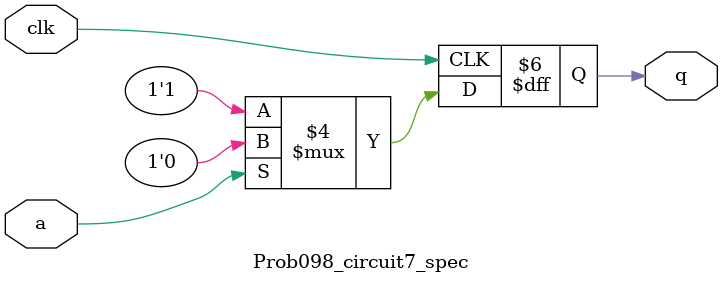
<source format=v>
module Prob098_circuit7_spec(input [0:0] clk, input [0:0] a, output reg [0:0] q);
  always @(posedge clk) begin
    if (a == 0)
      q <= 1;
    else
      q <= 0;
  end
endmodule

</source>
